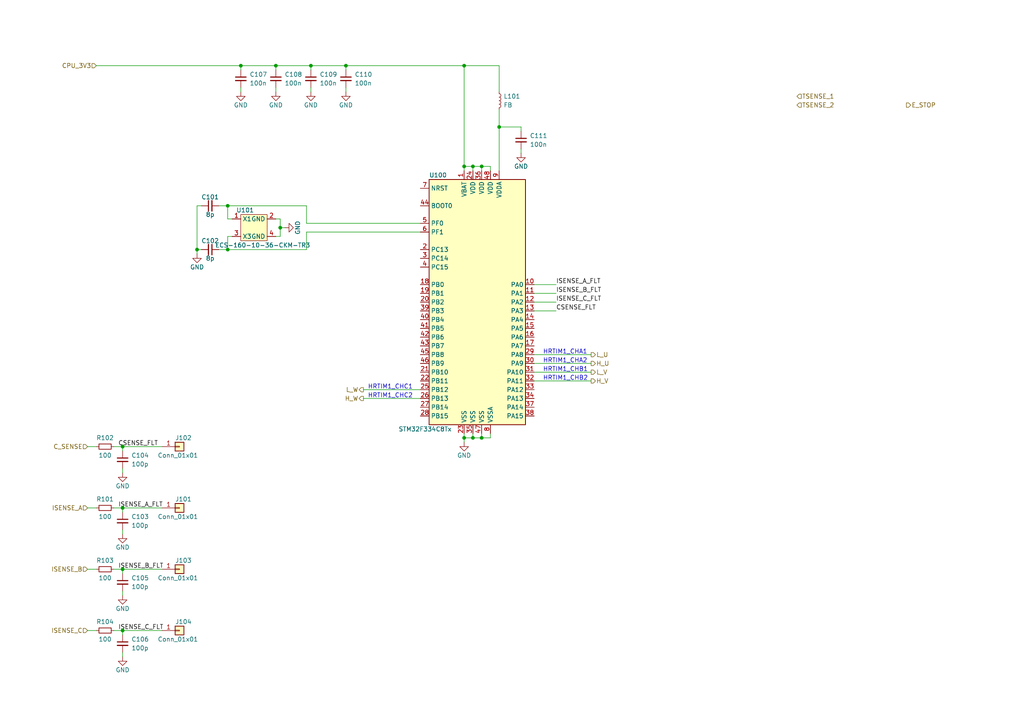
<source format=kicad_sch>
(kicad_sch (version 20211123) (generator eeschema)
  (paper "A4")
  (lib_symbols
    (symbol "Connector_Generic:Conn_01x01" (pin_names (offset 1.016) hide)
      (property "Reference" "J" (at 0 2.54 0))
      (property "Value" "Conn_01x01" (at 0 -2.54 0))
      (symbol "Conn_01x01_1_1"
        (rectangle (start -1.27 0.127) (end 0 -0.127) (stroke (width 0.1524)))
        (rectangle (start -1.27 1.27) (end 1.27 -1.27) (stroke (width 0.254)) (fill (type background)))
        (pin passive line (at -5.08 0 0) (length 3.81) (name "Pin_1") (number "1"))
      )
    )
    (symbol "Device:C_Small" (pin_numbers hide) (pin_names (offset 0.254) hide)
      (property "Reference" "C" (at 0.254 1.778 0))
      (property "Value" "C_Small" (at 0.254 -2.032 0))
      (symbol "C_Small_0_1"
        (polyline (pts (xy -1.524 -0.508) (xy 1.524 -0.508)) (stroke (width 0.3302)))
        (polyline (pts (xy -1.524 0.508) (xy 1.524 0.508)) (stroke (width 0.3048)))
      )
      (symbol "C_Small_1_1"
        (pin passive line (at 0 2.54 270) (length 2.032) (name "~") (number "1"))
        (pin passive line (at 0 -2.54 90) (length 2.032) (name "~") (number "2"))
      )
    )
    (symbol "Device:L_Small" (pin_numbers hide) (pin_names (offset 0.254) hide)
      (property "Reference" "L" (at 0.762 1.016 0))
      (property "Value" "L_Small" (at 0.762 -1.016 0))
      (symbol "L_Small_0_1"
        (arc (start 0 -2.032) (mid 0.508 -1.524) (end 0 -1.016))
        (arc (start 0 -1.016) (mid 0.508 -0.508) (end 0 0))
        (arc (start 0 0) (mid 0.508 0.508) (end 0 1.016))
        (arc (start 0 1.016) (mid 0.508 1.524) (end 0 2.032))
      )
      (symbol "L_Small_1_1"
        (pin passive line (at 0 2.54 270) (length 0.508) (name "~") (number "1"))
        (pin passive line (at 0 -2.54 90) (length 0.508) (name "~") (number "2"))
      )
    )
    (symbol "Device:R_Small" (pin_numbers hide) (pin_names (offset 0.254) hide)
      (property "Reference" "R" (at 0.762 0.508 0))
      (property "Value" "R_Small" (at 0.762 -1.016 0))
      (symbol "R_Small_0_1"
        (rectangle (start -0.762 1.778) (end 0.762 -1.778) (stroke (width 0.2032)))
      )
      (symbol "R_Small_1_1"
        (pin passive line (at 0 2.54 270) (length 0.762) (name "~") (number "1"))
        (pin passive line (at 0 -2.54 90) (length 0.762) (name "~") (number "2"))
      )
    )
    (symbol "MCU_ST_STM32F3:STM32F334C8Tx"
      (property "Reference" "U" (at -15.24 36.83 0))
      (property "Value" "STM32F334C8Tx" (at 7.62 36.83 0))
      (symbol "STM32F334C8Tx_0_1"
        (rectangle (start -15.24 -35.56) (end 12.7 35.56) (stroke (width 0.254)) (fill (type background)))
      )
      (symbol "STM32F334C8Tx_1_1"
        (pin power_in line (at -5.08 38.1 270) (length 2.54) (name "VBAT") (number "1"))
        (pin bidirectional line (at 15.24 5.08 180) (length 2.54) (name "PA0") (number "10"))
        (pin bidirectional line (at 15.24 2.54 180) (length 2.54) (name "PA1") (number "11"))
        (pin bidirectional line (at 15.24 0 180) (length 2.54) (name "PA2") (number "12"))
        (pin bidirectional line (at 15.24 -2.54 180) (length 2.54) (name "PA3") (number "13"))
        (pin bidirectional line (at 15.24 -5.08 180) (length 2.54) (name "PA4") (number "14"))
        (pin bidirectional line (at 15.24 -7.62 180) (length 2.54) (name "PA5") (number "15"))
        (pin bidirectional line (at 15.24 -10.16 180) (length 2.54) (name "PA6") (number "16"))
        (pin bidirectional line (at 15.24 -12.7 180) (length 2.54) (name "PA7") (number "17"))
        (pin bidirectional line (at -17.78 5.08 0) (length 2.54) (name "PB0") (number "18"))
        (pin bidirectional line (at -17.78 2.54 0) (length 2.54) (name "PB1") (number "19"))
        (pin bidirectional line (at -17.78 15.24 0) (length 2.54) (name "PC13") (number "2"))
        (pin bidirectional line (at -17.78 0 0) (length 2.54) (name "PB2") (number "20"))
        (pin bidirectional line (at -17.78 -20.32 0) (length 2.54) (name "PB10") (number "21"))
        (pin bidirectional line (at -17.78 -22.86 0) (length 2.54) (name "PB11") (number "22"))
        (pin power_in line (at -5.08 -38.1 90) (length 2.54) (name "VSS") (number "23"))
        (pin power_in line (at -2.54 38.1 270) (length 2.54) (name "VDD") (number "24"))
        (pin bidirectional line (at -17.78 -25.4 0) (length 2.54) (name "PB12") (number "25"))
        (pin bidirectional line (at -17.78 -27.94 0) (length 2.54) (name "PB13") (number "26"))
        (pin bidirectional line (at -17.78 -30.48 0) (length 2.54) (name "PB14") (number "27"))
        (pin bidirectional line (at -17.78 -33.02 0) (length 2.54) (name "PB15") (number "28"))
        (pin bidirectional line (at 15.24 -15.24 180) (length 2.54) (name "PA8") (number "29"))
        (pin bidirectional line (at -17.78 12.7 0) (length 2.54) (name "PC14") (number "3"))
        (pin bidirectional line (at 15.24 -17.78 180) (length 2.54) (name "PA9") (number "30"))
        (pin bidirectional line (at 15.24 -20.32 180) (length 2.54) (name "PA10") (number "31"))
        (pin bidirectional line (at 15.24 -22.86 180) (length 2.54) (name "PA11") (number "32"))
        (pin bidirectional line (at 15.24 -25.4 180) (length 2.54) (name "PA12") (number "33"))
        (pin bidirectional line (at 15.24 -27.94 180) (length 2.54) (name "PA13") (number "34"))
        (pin power_in line (at -2.54 -38.1 90) (length 2.54) (name "VSS") (number "35"))
        (pin power_in line (at 0 38.1 270) (length 2.54) (name "VDD") (number "36"))
        (pin bidirectional line (at 15.24 -30.48 180) (length 2.54) (name "PA14") (number "37"))
        (pin bidirectional line (at 15.24 -33.02 180) (length 2.54) (name "PA15") (number "38"))
        (pin bidirectional line (at -17.78 -2.54 0) (length 2.54) (name "PB3") (number "39"))
        (pin bidirectional line (at -17.78 10.16 0) (length 2.54) (name "PC15") (number "4"))
        (pin bidirectional line (at -17.78 -5.08 0) (length 2.54) (name "PB4") (number "40"))
        (pin bidirectional line (at -17.78 -7.62 0) (length 2.54) (name "PB5") (number "41"))
        (pin bidirectional line (at -17.78 -10.16 0) (length 2.54) (name "PB6") (number "42"))
        (pin bidirectional line (at -17.78 -12.7 0) (length 2.54) (name "PB7") (number "43"))
        (pin input line (at -17.78 27.94 0) (length 2.54) (name "BOOT0") (number "44"))
        (pin bidirectional line (at -17.78 -15.24 0) (length 2.54) (name "PB8") (number "45"))
        (pin bidirectional line (at -17.78 -17.78 0) (length 2.54) (name "PB9") (number "46"))
        (pin power_in line (at 0 -38.1 90) (length 2.54) (name "VSS") (number "47"))
        (pin power_in line (at 2.54 38.1 270) (length 2.54) (name "VDD") (number "48"))
        (pin input line (at -17.78 22.86 0) (length 2.54) (name "PF0") (number "5"))
        (pin input line (at -17.78 20.32 0) (length 2.54) (name "PF1") (number "6"))
        (pin input line (at -17.78 33.02 0) (length 2.54) (name "NRST") (number "7"))
        (pin power_in line (at 2.54 -38.1 90) (length 2.54) (name "VSSA") (number "8"))
        (pin power_in line (at 5.08 38.1 270) (length 2.54) (name "VDDA") (number "9"))
      )
    )
    (symbol "custom_parts:ECS-160-10-36-CKM-TR3"
      (property "Reference" "U" (at 3.81 5.08 0))
      (property "Value" "ECS-160-10-36-CKM-TR3" (at 3.81 2.54 0))
      (symbol "ECS-160-10-36-CKM-TR3_0_1"
        (rectangle (start 0 1.27) (end 7.62 -6.35) (fill (type background)))
      )
      (symbol "ECS-160-10-36-CKM-TR3_1_1"
        (pin input line (at -2.54 0 0) (length 2.54) (name "X1") (number "1"))
        (pin input line (at 10.16 0 180) (length 2.54) (name "GND") (number "2"))
        (pin input line (at -2.54 -5.08 0) (length 2.54) (name "X3") (number "3"))
        (pin input line (at 10.16 -5.08 180) (length 2.54) (name "GND") (number "4"))
      )
    )
    (symbol "power:GND" (power) (pin_names (offset 0))
      (property "Value" "GND" (at 0 -3.81 0))
      (symbol "GND_0_1"
        (polyline (pts (xy 0 0) (xy 0 -1.27) (xy 1.27 -1.27) (xy 0 -2.54) (xy -1.27 -1.27) (xy 0 -1.27)))
      )
      (symbol "GND_1_1"
        (pin power_in line (at 0 0 270) (length 0) hide (name "GND") (number "1"))
      )
    )
  )
  (junction (at 57.15 72.39))
  (junction (at 139.7 127))
  (junction (at 134.62 19.05))
  (junction (at 35.56 182.88))
  (junction (at 81.28 66.04))
  (junction (at 35.56 129.54))
  (junction (at 35.56 165.1))
  (junction (at 139.7 48.26))
  (junction (at 35.56 147.32))
  (junction (at 100.33 19.05))
  (junction (at 144.78 36.83))
  (junction (at 66.04 59.69))
  (junction (at 137.16 127))
  (junction (at 90.17 19.05))
  (junction (at 134.62 48.26))
  (junction (at 137.16 48.26))
  (junction (at 134.62 127))
  (junction (at 80.01 19.05))
  (junction (at 69.85 19.05))
  (junction (at 66.04 72.39))
  (wire (pts (xy 134.62 127) (xy 137.16 127)))
  (wire (pts (xy 90.17 25.4) (xy 90.17 26.67)))
  (wire (pts (xy 139.7 48.26) (xy 142.24 48.26)))
  (wire (pts (xy 25.4 165.1) (xy 27.94 165.1)))
  (wire (pts (xy 35.56 147.32) (xy 35.56 148.59)))
  (wire (pts (xy 154.94 85.09) (xy 161.29 85.09)))
  (wire (pts (xy 137.16 127) (xy 139.7 127)))
  (wire (pts (xy 88.9 64.77) (xy 121.92 64.77)))
  (wire (pts (xy 25.4 182.88) (xy 27.94 182.88)))
  (wire (pts (xy 63.5 72.39) (xy 66.04 72.39)))
  (wire (pts (xy 134.62 48.26) (xy 137.16 48.26)))
  (wire (pts (xy 144.78 26.67) (xy 144.78 19.05)))
  (wire (pts (xy 81.28 66.04) (xy 82.55 66.04)))
  (wire (pts (xy 33.02 129.54) (xy 35.56 129.54)))
  (wire (pts (xy 100.33 25.4) (xy 100.33 26.67)))
  (wire (pts (xy 35.56 165.1) (xy 35.56 166.37)))
  (wire (pts (xy 105.41 115.57) (xy 121.92 115.57)))
  (wire (pts (xy 66.04 59.69) (xy 66.04 63.5)))
  (wire (pts (xy 81.28 63.5) (xy 81.28 66.04)))
  (wire (pts (xy 154.94 107.95) (xy 171.45 107.95)))
  (wire (pts (xy 35.56 182.88) (xy 46.99 182.88)))
  (wire (pts (xy 139.7 127) (xy 139.7 125.73)))
  (wire (pts (xy 69.85 19.05) (xy 69.85 20.32)))
  (wire (pts (xy 66.04 63.5) (xy 67.31 63.5)))
  (wire (pts (xy 35.56 147.32) (xy 46.99 147.32)))
  (wire (pts (xy 66.04 72.39) (xy 66.04 68.58)))
  (wire (pts (xy 66.04 68.58) (xy 67.31 68.58)))
  (wire (pts (xy 90.17 19.05) (xy 100.33 19.05)))
  (wire (pts (xy 33.02 165.1) (xy 35.56 165.1)))
  (wire (pts (xy 90.17 19.05) (xy 90.17 20.32)))
  (wire (pts (xy 25.4 147.32) (xy 27.94 147.32)))
  (wire (pts (xy 154.94 87.63) (xy 161.29 87.63)))
  (wire (pts (xy 35.56 165.1) (xy 46.99 165.1)))
  (wire (pts (xy 142.24 48.26) (xy 142.24 49.53)))
  (wire (pts (xy 35.56 135.89) (xy 35.56 137.16)))
  (wire (pts (xy 80.01 19.05) (xy 80.01 20.32)))
  (wire (pts (xy 57.15 72.39) (xy 57.15 59.69)))
  (wire (pts (xy 137.16 125.73) (xy 137.16 127)))
  (wire (pts (xy 100.33 19.05) (xy 134.62 19.05)))
  (wire (pts (xy 33.02 182.88) (xy 35.56 182.88)))
  (wire (pts (xy 100.33 19.05) (xy 100.33 20.32)))
  (wire (pts (xy 134.62 48.26) (xy 134.62 49.53)))
  (wire (pts (xy 144.78 19.05) (xy 134.62 19.05)))
  (wire (pts (xy 69.85 19.05) (xy 80.01 19.05)))
  (wire (pts (xy 80.01 19.05) (xy 90.17 19.05)))
  (wire (pts (xy 139.7 48.26) (xy 139.7 49.53)))
  (wire (pts (xy 35.56 189.23) (xy 35.56 190.5)))
  (wire (pts (xy 81.28 66.04) (xy 81.28 68.58)))
  (wire (pts (xy 66.04 59.69) (xy 88.9 59.69)))
  (wire (pts (xy 154.94 105.41) (xy 171.45 105.41)))
  (wire (pts (xy 142.24 127) (xy 142.24 125.73)))
  (wire (pts (xy 134.62 19.05) (xy 134.62 48.26)))
  (wire (pts (xy 139.7 127) (xy 142.24 127)))
  (wire (pts (xy 88.9 59.69) (xy 88.9 64.77)))
  (wire (pts (xy 66.04 72.39) (xy 88.9 72.39)))
  (wire (pts (xy 144.78 31.75) (xy 144.78 36.83)))
  (wire (pts (xy 154.94 110.49) (xy 171.45 110.49)))
  (wire (pts (xy 35.56 129.54) (xy 35.56 130.81)))
  (wire (pts (xy 137.16 49.53) (xy 137.16 48.26)))
  (wire (pts (xy 63.5 59.69) (xy 66.04 59.69)))
  (wire (pts (xy 88.9 67.31) (xy 121.92 67.31)))
  (wire (pts (xy 80.01 68.58) (xy 81.28 68.58)))
  (wire (pts (xy 134.62 125.73) (xy 134.62 127)))
  (wire (pts (xy 57.15 59.69) (xy 58.42 59.69)))
  (wire (pts (xy 137.16 48.26) (xy 139.7 48.26)))
  (wire (pts (xy 57.15 73.66) (xy 57.15 72.39)))
  (wire (pts (xy 57.15 72.39) (xy 58.42 72.39)))
  (wire (pts (xy 27.94 19.05) (xy 69.85 19.05)))
  (wire (pts (xy 151.13 38.1) (xy 151.13 36.83)))
  (wire (pts (xy 144.78 36.83) (xy 151.13 36.83)))
  (wire (pts (xy 88.9 72.39) (xy 88.9 67.31)))
  (wire (pts (xy 35.56 153.67) (xy 35.56 154.94)))
  (wire (pts (xy 154.94 102.87) (xy 171.45 102.87)))
  (wire (pts (xy 69.85 25.4) (xy 69.85 26.67)))
  (wire (pts (xy 105.41 113.03) (xy 121.92 113.03)))
  (wire (pts (xy 134.62 127) (xy 134.62 128.27)))
  (wire (pts (xy 35.56 171.45) (xy 35.56 172.72)))
  (wire (pts (xy 80.01 25.4) (xy 80.01 26.67)))
  (wire (pts (xy 154.94 82.55) (xy 161.29 82.55)))
  (wire (pts (xy 151.13 43.18) (xy 151.13 44.45)))
  (wire (pts (xy 33.02 147.32) (xy 35.56 147.32)))
  (wire (pts (xy 25.4 129.54) (xy 27.94 129.54)))
  (wire (pts (xy 144.78 36.83) (xy 144.78 49.53)))
  (wire (pts (xy 154.94 90.17) (xy 161.29 90.17)))
  (wire (pts (xy 80.01 63.5) (xy 81.28 63.5)))
  (wire (pts (xy 35.56 129.54) (xy 46.99 129.54)))
  (wire (pts (xy 35.56 182.88) (xy 35.56 184.15)))
  (text "HRTIM1_CHC2" (at 106.68 115.57 0) (effects (font (size 1.27 1.27)) (justify left bottom)))
  (text "HRTIM1_CHC1" (at 106.68 113.03 0) (effects (font (size 1.27 1.27)) (justify left bottom)))
  (text "HRTIM1_CHA1" (at 157.48 102.87 0) (effects (font (size 1.27 1.27)) (justify left bottom)))
  (text "HRTIM1_CHB1" (at 157.48 107.95 0) (effects (font (size 1.27 1.27)) (justify left bottom)))
  (text "HRTIM1_CHA2" (at 157.48 105.41 0) (effects (font (size 1.27 1.27)) (justify left bottom)))
  (text "HRTIM1_CHB2" (at 157.48 110.49 0) (effects (font (size 1.27 1.27)) (justify left bottom)))
  (label "ISENSE_C_FLT" (at 161.29 87.63 0))
  (label "CSENSE_FLT" (at 34.29 129.54 0))
  (label "ISENSE_A_FLT" (at 161.29 82.55 0))
  (label "CSENSE_FLT" (at 161.29 90.17 0))
  (label "ISENSE_B_FLT" (at 161.29 85.09 0))
  (label "ISENSE_C_FLT" (at 34.29 182.88 0))
  (label "ISENSE_A_FLT" (at 34.29 147.32 0))
  (label "ISENSE_B_FLT" (at 34.29 165.1 0))
  (hierarchical_label "L_W" (shape output) (at 105.41 113.03 180))
  (hierarchical_label "ISENSE_A" (shape input) (at 25.4 147.32 180))
  (hierarchical_label "C_SENSE" (shape input) (at 25.4 129.54 180))
  (hierarchical_label "CPU_3V3" (shape input) (at 27.94 19.05 180))
  (hierarchical_label "E_STOP" (shape output) (at 262.89 30.48 0))
  (hierarchical_label "ISENSE_C" (shape input) (at 25.4 182.88 180))
  (hierarchical_label "H_V" (shape output) (at 171.45 110.49 0))
  (hierarchical_label "H_W" (shape output) (at 105.41 115.57 180))
  (hierarchical_label "ISENSE_B" (shape input) (at 25.4 165.1 180))
  (hierarchical_label "L_V" (shape output) (at 171.45 107.95 0))
  (hierarchical_label "H_U" (shape output) (at 171.45 105.41 0))
  (hierarchical_label "TSENSE_1" (shape input) (at 231.14 27.94 0))
  (hierarchical_label "TSENSE_2" (shape input) (at 231.14 30.48 0))
  (hierarchical_label "L_U" (shape output) (at 171.45 102.87 0))
  (symbol (lib_id "MCU_ST_STM32F3:STM32F334C8Tx") (at 139.7 87.63 0) (unit 1)
    (property "Reference" "U100" (at 124.46 50.8 0) (effects (justify left)))
    (property "Value" "STM32F334C8Tx" (at 115.57 124.46 0) (effects (justify left)))
    (property "Footprint" "Package_QFP:LQFP-48_7x7mm_P0.5mm" (effects hide))
    (property "Datasheet" "http://www.st.com/st-web-ui/static/active/en/resource/technical/document/datasheet/DM00097745.pdf" (effects hide))
  )
  (symbol (lib_id "Connector_Generic:Conn_01x01") (at 52.07 129.54 0) (unit 1)
    (property "Reference" "J102" (at 50.8 127 0) (effects (justify left)))
    (property "Value" "Conn_01x01" (at 45.72 132.08 0) (effects (justify left)))
  )
  (symbol (lib_id "Device:C_Small") (at 35.56 133.35 0) (unit 1)
    (property "Reference" "C104" (at 38.1 132.0862 0) (effects (justify left)))
    (property "Value" "100p" (at 38.1 134.6262 0) (effects (justify left)))
  )
  (symbol (lib_id "power:GND") (at 80.01 26.67 0) (unit 1)
    (property "Reference" "#PWR0111" (effects hide))
    (property "Value" "GND" (at 80.01 30.48 0))
  )
  (symbol (lib_id "power:GND") (at 35.56 154.94 0) (unit 1)
    (property "Reference" "#PWR0103" (effects hide))
    (property "Value" "GND" (at 35.56 158.75 0))
  )
  (symbol (lib_id "power:GND") (at 134.62 128.27 0) (unit 1)
    (property "Reference" "#PWR0102" (effects hide))
    (property "Value" "GND" (at 134.62 132.08 0))
  )
  (symbol (lib_id "Device:C_Small") (at 35.56 186.69 0) (unit 1)
    (property "Reference" "C106" (at 38.1 185.4262 0) (effects (justify left)))
    (property "Value" "100p" (at 38.1 187.9662 0) (effects (justify left)))
  )
  (symbol (lib_id "Device:C_Small") (at 35.56 151.13 0) (unit 1)
    (property "Reference" "C103" (at 38.1 149.8662 0) (effects (justify left)))
    (property "Value" "100p" (at 38.1 152.4062 0) (effects (justify left)))
  )
  (symbol (lib_id "Device:C_Small") (at 60.96 72.39 270) (unit 1)
    (property "Reference" "C102" (at 60.96 69.85 90))
    (property "Value" "8p" (at 60.96 74.93 90))
    (property "Footprint" "Capacitor_SMD:C_0805_2012Metric" (effects hide))
  )
  (symbol (lib_id "Device:C_Small") (at 100.33 22.86 0) (unit 1)
    (property "Reference" "C110" (at 102.87 21.5962 0) (effects (justify left)))
    (property "Value" "100n" (at 102.87 24.1362 0) (effects (justify left)))
    (property "Footprint" "Capacitor_SMD:C_0805_2012Metric" (effects hide))
  )
  (symbol (lib_id "Device:R_Small") (at 30.48 129.54 90) (unit 1)
    (property "Reference" "R102" (at 30.48 127 90))
    (property "Value" "100" (at 30.48 132.08 90))
  )
  (symbol (lib_id "Device:C_Small") (at 80.01 22.86 0) (unit 1)
    (property "Reference" "C108" (at 82.55 21.5962 0) (effects (justify left)))
    (property "Value" "100n" (at 82.55 24.1362 0) (effects (justify left)))
    (property "Footprint" "Capacitor_SMD:C_0805_2012Metric" (effects hide))
  )
  (symbol (lib_id "Device:R_Small") (at 30.48 182.88 90) (unit 1)
    (property "Reference" "R104" (at 30.48 180.34 90))
    (property "Value" "100" (at 30.48 185.42 90))
  )
  (symbol (lib_id "Device:C_Small") (at 90.17 22.86 0) (unit 1)
    (property "Reference" "C109" (at 92.71 21.5962 0) (effects (justify left)))
    (property "Value" "100n" (at 92.71 24.1362 0) (effects (justify left)))
    (property "Footprint" "Capacitor_SMD:C_0805_2012Metric" (effects hide))
  )
  (symbol (lib_id "Device:R_Small") (at 30.48 165.1 90) (unit 1)
    (property "Reference" "R103" (at 30.48 162.56 90))
    (property "Value" "100" (at 30.48 167.64 90))
  )
  (symbol (lib_id "Device:C_Small") (at 69.85 22.86 0) (unit 1)
    (property "Reference" "C107" (at 72.39 21.5962 0) (effects (justify left)))
    (property "Value" "100n" (at 72.39 24.1362 0) (effects (justify left)))
    (property "Footprint" "Capacitor_SMD:C_0805_2012Metric" (effects hide))
  )
  (symbol (lib_id "Connector_Generic:Conn_01x01") (at 52.07 147.32 0) (unit 1)
    (property "Reference" "J101" (at 50.8 144.78 0) (effects (justify left)))
    (property "Value" "Conn_01x01" (at 45.72 149.86 0) (effects (justify left)))
  )
  (symbol (lib_id "power:GND") (at 35.56 172.72 0) (unit 1)
    (property "Reference" "#PWR0105" (effects hide))
    (property "Value" "GND" (at 35.56 176.53 0))
  )
  (symbol (lib_id "Device:C_Small") (at 151.13 40.64 0) (unit 1)
    (property "Reference" "C111" (at 153.67 39.3762 0) (effects (justify left)))
    (property "Value" "100n" (at 153.67 41.9162 0) (effects (justify left)))
    (property "Footprint" "Capacitor_SMD:C_0805_2012Metric" (effects hide))
  )
  (symbol (lib_id "Device:C_Small") (at 35.56 168.91 0) (unit 1)
    (property "Reference" "C105" (at 38.1 167.6462 0) (effects (justify left)))
    (property "Value" "100p" (at 38.1 170.1862 0) (effects (justify left)))
  )
  (symbol (lib_id "power:GND") (at 35.56 190.5 0) (unit 1)
    (property "Reference" "#PWR0106" (effects hide))
    (property "Value" "GND" (at 35.56 194.31 0))
  )
  (symbol (lib_id "Connector_Generic:Conn_01x01") (at 52.07 182.88 0) (unit 1)
    (property "Reference" "J104" (at 50.8 180.34 0) (effects (justify left)))
    (property "Value" "Conn_01x01" (at 45.72 185.42 0) (effects (justify left)))
  )
  (symbol (lib_id "Device:L_Small") (at 144.78 29.21 0) (unit 1)
    (property "Reference" "L101" (at 146.05 27.9399 0) (effects (justify left)))
    (property "Value" "FB" (at 146.05 30.4799 0) (effects (justify left)))
    (property "Footprint" "Inductor_SMD:L_0805_2012Metric" (effects hide))
  )
  (symbol (lib_id "power:GND") (at 35.56 137.16 0) (unit 1)
    (property "Reference" "#PWR0104" (effects hide))
    (property "Value" "GND" (at 35.56 140.97 0))
  )
  (symbol (lib_id "Device:C_Small") (at 60.96 59.69 90) (unit 1)
    (property "Reference" "C101" (at 60.96 57.15 90))
    (property "Value" "8p" (at 60.96 62.23 90))
    (property "Footprint" "Capacitor_SMD:C_0805_2012Metric" (effects hide))
  )
  (symbol (lib_id "power:GND") (at 151.13 44.45 0) (unit 1)
    (property "Reference" "#PWR0114" (effects hide))
    (property "Value" "GND" (at 151.13 48.26 0))
  )
  (symbol (lib_id "power:GND") (at 57.15 73.66 0) (unit 1)
    (property "Reference" "#PWR0101" (effects hide))
    (property "Value" "GND" (at 57.15 77.47 0))
  )
  (symbol (lib_id "custom_parts:ECS-160-10-36-CKM-TR3") (at 69.85 63.5 0) (unit 1)
    (property "Reference" "U101" (at 71.12 60.96 0))
    (property "Value" "ECS-160-10-36-CKM-TR3" (at 76.2 71.12 0))
    (property "Footprint" "Crystal:Crystal_SMD_2520-4Pin_2.5x2.0mm" (effects hide))
  )
  (symbol (lib_id "Device:R_Small") (at 30.48 147.32 90) (unit 1)
    (property "Reference" "R101" (at 30.48 144.78 90))
    (property "Value" "100" (at 30.48 149.86 90))
  )
  (symbol (lib_id "Connector_Generic:Conn_01x01") (at 52.07 165.1 0) (unit 1)
    (property "Reference" "J103" (at 50.8 162.56 0) (effects (justify left)))
    (property "Value" "Conn_01x01" (at 45.72 167.64 0) (effects (justify left)))
  )
  (symbol (lib_id "power:GND") (at 100.33 26.67 0) (unit 1)
    (property "Reference" "#PWR0113" (effects hide))
    (property "Value" "GND" (at 100.33 30.48 0))
  )
  (symbol (lib_id "power:GND") (at 90.17 26.67 0) (unit 1)
    (property "Reference" "#PWR0112" (effects hide))
    (property "Value" "GND" (at 90.17 30.48 0))
  )
  (symbol (lib_id "power:GND") (at 82.55 66.04 90) (unit 1)
    (property "Reference" "#PWR0115" (effects hide))
    (property "Value" "GND" (at 86.36 66.04 0))
  )
  (symbol (lib_id "power:GND") (at 69.85 26.67 0) (unit 1)
    (property "Reference" "#PWR0110" (effects hide))
    (property "Value" "GND" (at 69.85 30.48 0))
  )
)
</source>
